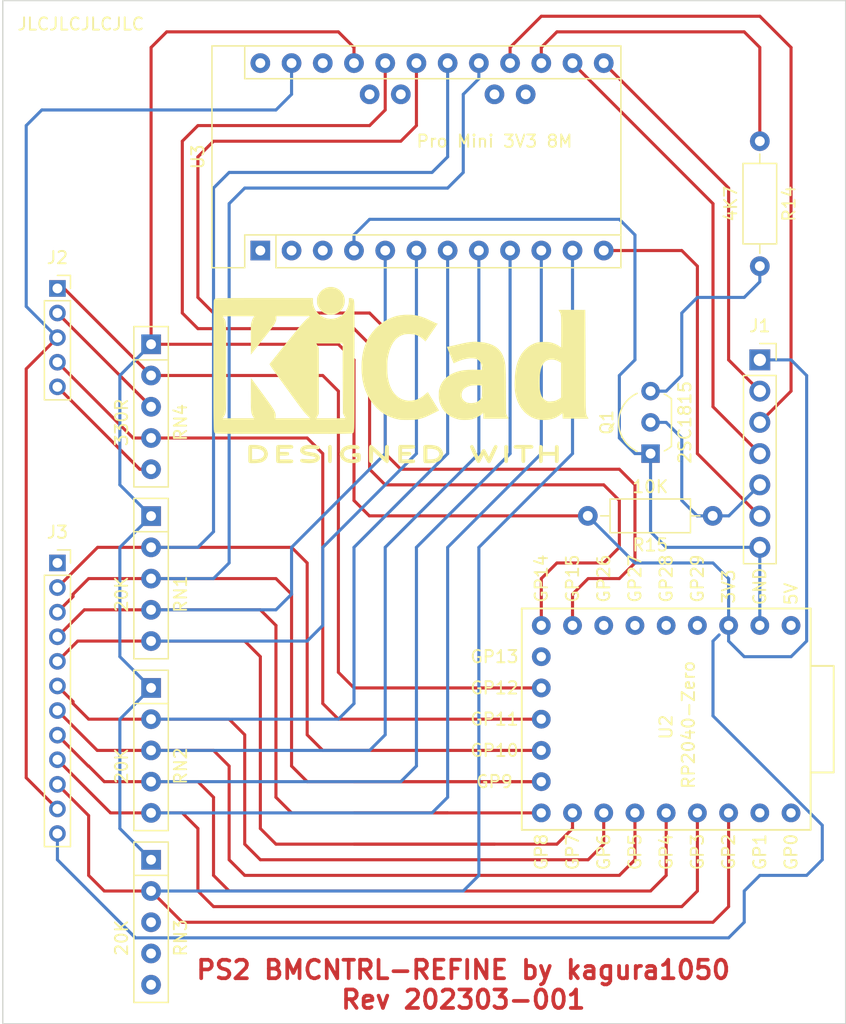
<source format=kicad_pcb>
(kicad_pcb (version 20211014) (generator pcbnew)
  (layers (0 "F.Cu" signal) (31 "B.Cu" signal) (34 "B.Paste" user) (35 "F.Paste" user) (36 "B.SilkS" user "B.Silkscreen") (37 "F.SilkS" user "F.Silkscreen") (38 "B.Mask" user) (39 "F.Mask" user) (44 "Edge.Cuts" user))
  (net 0 "")
  (net 1 "5V")
  (net 2 "GND")
  (net 3 "3V3")
  (net 4 "SEL")
  (net 5 "CLK")
  (net 6 "CMD")
  (net 7 "DAT")
  (net 8 "ACK")
  (net 9 "SCR_TRCA")
  (net 10 "SCR_LEDA")
  (net 11 "SCR_TRCB")
  (net 12 "SCR_LEDB")
  (net 14 "KEY_7")
  (net 15 "KEY_6")
  (net 16 "KEY_3")
  (net 17 "KEY_4")
  (net 18 "KEY_5")
  (net 19 "KEY_1")
  (net 20 "KEY_STA")
  (net 21 "KEY_SEL")
  (net 22 "KEY_2")
  (net 23 "unconnected-(J3-Pad12)")
  (net 24 "Net-(Q1-Pad3)")
  (net 25 "Net-(R14-Pad1)")
  (net 32 "SCR_UP")
  (net 33 "SCR_DOWN")
  (footprint "Resistor_THT:R_Axial_DIN0207_L6.3mm_D2.5mm_P10.16mm_Horizontal" (layer "F.Cu") (at 107.95 80.01 -90)
    (fp_text reference "R14" (at 5.08 -2.37 -270) (layer "F.SilkS"))
    (fp_text value "4K7" (at 5.08 2.37 -270) (layer "F.SilkS"))
    (pad "1" thru_hole circle (at 0 0 270) (size 1.6 1.6) (drill 0.8) (layers *.Cu *.Mask) (net 25 "Net-(R14-Pad1)"))
    (pad "2" thru_hole oval (at 10.16 0 270) (size 1.6 1.6) (drill 0.8) (layers *.Cu *.Mask) (net 24 "Net-(Q1-Pad3)"))
  )
  (footprint "Resistor_THT:R_Array_SIP5" (layer "F.Cu") (at 58.42 110.49 -90)
    (fp_text reference "RN1" (at 6.35 -2.4 90) (layer "F.SilkS"))
    (fp_text value "20K" (at 6.35 2.4 90) (layer "F.SilkS"))
    (pad "1" thru_hole rect (at 0 0 270) (size 1.6 1.6) (drill 0.8) (layers *.Cu *.Mask) (net 3 "3V3"))
    (pad "2" thru_hole oval (at 2.54 0 270) (size 1.6 1.6) (drill 0.8) (layers *.Cu *.Mask) (net 14 "KEY_7"))
    (pad "3" thru_hole oval (at 5.08 0 270) (size 1.6 1.6) (drill 0.8) (layers *.Cu *.Mask) (net 15 "KEY_6"))
    (pad "4" thru_hole oval (at 7.62 0 270) (size 1.6 1.6) (drill 0.8) (layers *.Cu *.Mask) (net 16 "KEY_3"))
    (pad "5" thru_hole oval (at 10.16 0 270) (size 1.6 1.6) (drill 0.8) (layers *.Cu *.Mask) (net 17 "KEY_4"))
  )
  (footprint "rp2040:RP2040-Zero" (layer "F.Cu") (at 107.95 129.54 -90)
    (fp_text reference "U2" (at -1.9 7.63 90) (layer "F.SilkS"))
    (fp_text value "RP2040-Zero" (at -2.08 5.81 90) (layer "F.SilkS"))
    (fp_text user "GP1" (at 8.255 0 90) (layer "F.SilkS"))
    (fp_text user "GP2" (at 8.255 2.54 90) (layer "F.SilkS"))
    (fp_text user "GP12" (at -5.08 21.59) (layer "F.SilkS"))
    (fp_text user "GP0" (at 8.255 -2.54 90) (layer "F.SilkS"))
    (fp_text user "5V" (at -12.72 -2.54 90) (layer "F.SilkS"))
    (fp_text user "GP7" (at 8.255 15.24 90) (layer "F.SilkS"))
    (fp_text user "GP6" (at 8.255 12.7 90) (layer "F.SilkS"))
    (fp_text user "GP10" (at 0 21.59) (layer "F.SilkS"))
    (fp_text user "GP14" (at -13.97 17.78 90) (layer "F.SilkS"))
    (fp_text user "GP11" (at -2.54 21.59) (layer "F.SilkS"))
    (fp_text user "GP8" (at 8.255 17.78 90) (layer "F.SilkS"))
    (fp_text user "GP27" (at -13.97 10.16 90) (layer "F.SilkS"))
    (fp_text user "GP28" (at -13.97 7.62 90) (layer "F.SilkS"))
    (fp_text user "3V3" (at -13.335 2.54 90) (layer "F.SilkS"))
    (fp_text user "GP15" (at -13.97 15.24 90) (layer "F.SilkS"))
    (fp_text user "GP29" (at -13.97 5.08 90) (layer "F.SilkS"))
    (fp_text user "GP9" (at 2.54 21.59) (layer "F.SilkS"))
    (fp_text user "GP5" (at 8.255 10.16 90) (layer "F.SilkS"))
    (fp_text user "GP13" (at -7.62 21.59) (layer "F.SilkS"))
    (fp_text user "GP26" (at -13.97 12.7 90) (layer "F.SilkS"))
    (fp_text user "GND" (at -13.335 0 90) (layer "F.SilkS"))
    (pad "0" thru_hole circle locked (at 5.08 -2.54 270) (size 1.524 1.524) (drill 0.762) (layers *.Cu *.Mask))
    (pad "1" thru_hole circle locked (at 5.08 0 270) (size 1.524 1.524) (drill 0.762) (layers *.Cu *.Mask))
    (pad "2" thru_hole circle locked (at 5.08 2.54 270) (size 1.524 1.524) (drill 0.762) (layers *.Cu *.Mask) (net 22 "KEY_2"))
    (pad "3" thru_hole circle locked (at 5.08 5.08 270) (size 1.524 1.524) (drill 0.762) (layers *.Cu *.Mask) (net 21 "KEY_SEL"))
    (pad "4" thru_hole circle locked (at 5.08 7.62 270) (size 1.524 1.524) (drill 0.762) (layers *.Cu *.Mask) (net 20 "KEY_STA"))
    (pad "5" thru_hole circle locked (at 5.08 10.16 270) (size 1.524 1.524) (drill 0.762) (layers *.Cu *.Mask) (net 19 "KEY_1"))
    (pad "6" thru_hole circle locked (at 5.08 12.7 270) (size 1.524 1.524) (drill 0.762) (layers *.Cu *.Mask) (net 18 "KEY_5"))
    (pad "7" thru_hole circle locked (at 5.08 15.24 270) (size 1.524 1.524) (drill 0.762) (layers *.Cu *.Mask) (net 17 "KEY_4"))
    (pad "8" thru_hole circle locked (at 5.08 17.78 270) (size 1.524 1.524) (drill 0.762) (layers *.Cu *.Mask) (net 16 "KEY_3"))
    (pad "9" thru_hole circle locked (at 2.54 17.78 270) (size 1.524 1.524) (drill 0.762) (layers *.Cu *.Mask) (net 15 "KEY_6"))
    (pad "10" thru_hole circle locked (at 0 17.78 270) (size 1.524 1.524) (drill 0.762) (layers *.Cu *.Mask) (net 14 "KEY_7"))
    (pad "11" thru_hole circle locked (at -2.54 17.78 270) (size 1.524 1.524) (drill 0.762) (layers *.Cu *.Mask) (net 11 "SCR_TRCB"))
    (pad "12" thru_hole circle locked (at -5.08 17.78 270) (size 1.524 1.524) (drill 0.762) (layers *.Cu *.Mask) (net 9 "SCR_TRCA"))
    (pad "13" thru_hole circle locked (at -7.62 17.78 270) (size 1.524 1.524) (drill 0.762) (layers *.Cu *.Mask))
    (pad "14" thru_hole circle locked (at -10.16 17.78 270) (size 1.524 1.524) (drill 0.762) (layers *.Cu *.Mask) (net 32 "SCR_UP"))
    (pad "15" thru_hole circle locked (at -10.16 15.24 270) (size 1.524 1.524) (drill 0.762) (layers *.Cu *.Mask) (net 33 "SCR_DOWN"))
    (pad "26" thru_hole circle locked (at -10.16 12.7 270) (size 1.524 1.524) (drill 0.762) (layers *.Cu *.Mask))
    (pad "27" thru_hole circle locked (at -10.16 10.16 270) (size 1.524 1.524) (drill 0.762) (layers *.Cu *.Mask))
    (pad "28" thru_hole circle locked (at -10.16 7.62 270) (size 1.524 1.524) (drill 0.762) (layers *.Cu *.Mask))
    (pad "29" thru_hole circle locked (at -10.16 5.08 270) (size 1.524 1.524) (drill 0.762) (layers *.Cu *.Mask))
    (pad "30" thru_hole circle locked (at -10.16 2.54 270) (size 1.524 1.524) (drill 0.762) (layers *.Cu *.Mask) (net 3 "3V3"))
    (pad "31" thru_hole circle locked (at -10.16 0 270) (size 1.524 1.524) (drill 0.762) (layers *.Cu *.Mask) (net 2 "GND"))
    (pad "32" thru_hole circle locked (at -10.16 -2.54 270) (size 1.524 1.524) (drill 0.762) (layers *.Cu *.Mask) (net 1 "5V"))
  )
  (footprint "Symbol:KiCad-Logo2_12mm_SilkScreen" (layer "F.Cu") (at 78.74 97.79)
    (fp_text reference "REF**" hide)
    (fp_text value "KiCad-Logo2_12mm_SilkScreen" hide)
  )
  (footprint "Connector_PinSocket_2.54mm:PinSocket_1x07_P2.54mm_Vertical" (layer "F.Cu") (at 107.95 97.79)
    (fp_text reference "J1" (at 0 -2.77) (layer "F.SilkS"))
    (fp_text value "Conn_01x07")
    (pad "1" thru_hole rect (at 0 0) (size 1.7 1.7) (drill 1) (layers *.Cu *.Mask) (net 3 "3V3"))
    (pad "2" thru_hole oval (at 0 2.54) (size 1.7 1.7) (drill 1) (layers *.Cu *.Mask) (net 4 "SEL"))
    (pad "3" thru_hole oval (at 0 5.08) (size 1.7 1.7) (drill 1) (layers *.Cu *.Mask) (net 5 "CLK"))
    (pad "4" thru_hole oval (at 0 7.62) (size 1.7 1.7) (drill 1) (layers *.Cu *.Mask) (net 6 "CMD"))
    (pad "5" thru_hole oval (at 0 10.16) (size 1.7 1.7) (drill 1) (layers *.Cu *.Mask) (net 7 "DAT"))
    (pad "6" thru_hole oval (at 0 12.7) (size 1.7 1.7) (drill 1) (layers *.Cu *.Mask) (net 8 "ACK"))
    (pad "7" thru_hole oval (at 0 15.24) (size 1.7 1.7) (drill 1) (layers *.Cu *.Mask) (net 2 "GND"))
  )
  (footprint "Resistor_THT:R_Array_SIP5" (layer "F.Cu") (at 58.42 138.43 -90)
    (fp_text reference "RN3" (at 6.35 -2.4 90) (layer "F.SilkS"))
    (fp_text value "20K" (at 6.35 2.4 90) (layer "F.SilkS"))
    (pad "1" thru_hole rect (at 0 0 270) (size 1.6 1.6) (drill 0.8) (layers *.Cu *.Mask) (net 3 "3V3"))
    (pad "2" thru_hole oval (at 2.54 0 270) (size 1.6 1.6) (drill 0.8) (layers *.Cu *.Mask) (net 22 "KEY_2"))
    (pad "3" thru_hole oval (at 5.08 0 270) (size 1.6 1.6) (drill 0.8) (layers *.Cu *.Mask))
    (pad "4" thru_hole oval (at 7.62 0 270) (size 1.6 1.6) (drill 0.8) (layers *.Cu *.Mask))
    (pad "5" thru_hole oval (at 10.16 0 270) (size 1.6 1.6) (drill 0.8) (layers *.Cu *.Mask))
  )
  (footprint "Resistor_THT:R_Array_SIP5" (layer "F.Cu") (at 58.42 96.52 -90)
    (fp_text reference "RN4" (at 6.35 -2.4 90) (layer "F.SilkS"))
    (fp_text value "330R" (at 6.35 2.4 90) (layer "F.SilkS"))
    (pad "1" thru_hole rect (at 0 0 270) (size 1.6 1.6) (drill 0.8) (layers *.Cu *.Mask) (net 3 "3V3"))
    (pad "2" thru_hole oval (at 2.54 0 270) (size 1.6 1.6) (drill 0.8) (layers *.Cu *.Mask) (net 9 "SCR_TRCA"))
    (pad "3" thru_hole oval (at 5.08 0 270) (size 1.6 1.6) (drill 0.8) (layers *.Cu *.Mask) (net 10 "SCR_LEDA"))
    (pad "4" thru_hole oval (at 7.62 0 270) (size 1.6 1.6) (drill 0.8) (layers *.Cu *.Mask) (net 11 "SCR_TRCB"))
    (pad "5" thru_hole oval (at 10.16 0 270) (size 1.6 1.6) (drill 0.8) (layers *.Cu *.Mask) (net 12 "SCR_LEDB"))
  )
  (footprint "Connector_PinSocket_2.00mm:PinSocket_1x05_P2.00mm_Vertical" (layer "F.Cu") (at 50.8 91.98)
    (fp_text reference "J2" (at 0 -2.5) (layer "F.SilkS"))
    (fp_text value "Conn_01x05")
    (pad "1" thru_hole rect (at 0 0) (size 1.35 1.35) (drill 0.8) (layers *.Cu *.Mask) (net 9 "SCR_TRCA"))
    (pad "2" thru_hole oval (at 0 2) (size 1.35 1.35) (drill 0.8) (layers *.Cu *.Mask) (net 10 "SCR_LEDA"))
    (pad "3" thru_hole oval (at 0 4) (size 1.35 1.35) (drill 0.8) (layers *.Cu *.Mask) (net 2 "GND"))
    (pad "4" thru_hole oval (at 0 6) (size 1.35 1.35) (drill 0.8) (layers *.Cu *.Mask) (net 11 "SCR_TRCB"))
    (pad "5" thru_hole oval (at 0 8) (size 1.35 1.35) (drill 0.8) (layers *.Cu *.Mask) (net 12 "SCR_LEDB"))
  )
  (footprint "Package_TO_SOT_THT:TO-92L_Inline_Wide" (layer "F.Cu") (at 99.06 105.41 90)
    (fp_text reference "Q1" (at 2.54 -3.56 90) (layer "F.SilkS"))
    (fp_text value "2SC1815" (at 2.54 2.79 90) (layer "F.SilkS"))
    (pad "1" thru_hole rect (at 0 0 90) (size 1.5 1.5) (drill 0.8) (layers *.Cu *.Mask) (net 2 "GND"))
    (pad "2" thru_hole circle (at 2.54 0 90) (size 1.5 1.5) (drill 0.8) (layers *.Cu *.Mask) (net 7 "DAT"))
    (pad "3" thru_hole circle (at 5.08 0 90) (size 1.5 1.5) (drill 0.8) (layers *.Cu *.Mask) (net 24 "Net-(Q1-Pad3)"))
  )
  (footprint "Connector_PinSocket_2.00mm:PinSocket_1x12_P2.00mm_Vertical" (layer "F.Cu") (at 50.8 114.3)
    (fp_text reference "J3" (at 0 -2.5) (layer "F.SilkS"))
    (fp_text value "Conn_01x12")
    (pad "1" thru_hole rect (at 0 0) (size 1.35 1.35) (drill 0.8) (layers *.Cu *.Mask))
    (pad "2" thru_hole oval (at 0 2) (size 1.35 1.35) (drill 0.8) (layers *.Cu *.Mask) (net 14 "KEY_7"))
    (pad "3" thru_hole oval (at 0 4) (size 1.35 1.35) (drill 0.8) (layers *.Cu *.Mask) (net 15 "KEY_6"))
    (pad "4" thru_hole oval (at 0 6) (size 1.35 1.35) (drill 0.8) (layers *.Cu *.Mask) (net 16 "KEY_3"))
    (pad "5" thru_hole oval (at 0 8) (size 1.35 1.35) (drill 0.8) (layers *.Cu *.Mask) (net 17 "KEY_4"))
    (pad "6" thru_hole oval (at 0 10) (size 1.35 1.35) (drill 0.8) (layers *.Cu *.Mask) (net 18 "KEY_5"))
    (pad "7" thru_hole oval (at 0 12) (size 1.35 1.35) (drill 0.8) (layers *.Cu *.Mask) (net 19 "KEY_1"))
    (pad "8" thru_hole oval (at 0 14) (size 1.35 1.35) (drill 0.8) (layers *.Cu *.Mask) (net 20 "KEY_STA"))
    (pad "9" thru_hole oval (at 0 16) (size 1.35 1.35) (drill 0.8) (layers *.Cu *.Mask) (net 21 "KEY_SEL"))
    (pad "10" thru_hole oval (at 0 18) (size 1.35 1.35) (drill 0.8) (layers *.Cu *.Mask) (net 22 "KEY_2"))
    (pad "11" thru_hole oval (at 0 20) (size 1.35 1.35) (drill 0.8) (layers *.Cu *.Mask) (net 2 "GND"))
    (pad "12" thru_hole oval (at 0 22) (size 1.35 1.35) (drill 0.8) (layers *.Cu *.Mask) (net 23 "unconnected-(J3-Pad12)"))
  )
  (footprint "Resistor_THT:R_Axial_DIN0207_L6.3mm_D2.5mm_P10.16mm_Horizontal" (layer "F.Cu") (at 104.115 110.47 180)
    (fp_text reference "R15" (at 5.08 -2.37) (layer "F.SilkS"))
    (fp_text value "10K" (at 5.08 2.37) (layer "F.SilkS"))
    (pad "1" thru_hole circle (at 0 0 180) (size 1.6 1.6) (drill 0.8) (layers *.Cu *.Mask) (net 7 "DAT"))
    (pad "2" thru_hole oval (at 10.16 0 180) (size 1.6 1.6) (drill 0.8) (layers *.Cu *.Mask) (net 3 "3V3"))
  )
  (footprint "MountingHole:MountingHole_3.2mm_M3" (layer "F.Cu") (at 110.8 147.32)
    (fp_text reference "H2" hide)
    (fp_text value "MountingHole_3.2mm_M3" hide)
    (pad "" np_thru_hole circle (at 0 0) (size 3.2 3.2) (drill 3.2) (layers *.Cu *.Mask))
  )
  (footprint "Resistor_THT:R_Array_SIP5" (layer "F.Cu") (at 58.42 124.46 -90)
    (fp_text reference "RN2" (at 6.35 -2.4 90) (layer "F.SilkS"))
    (fp_text value "20K" (at 6.35 2.4 90) (layer "F.SilkS"))
    (pad "1" thru_hole rect (at 0 0 270) (size 1.6 1.6) (drill 0.8) (layers *.Cu *.Mask) (net 3 "3V3"))
    (pad "2" thru_hole oval (at 2.54 0 270) (size 1.6 1.6) (drill 0.8) (layers *.Cu *.Mask) (net 18 "KEY_5"))
    (pad "3" thru_hole oval (at 5.08 0 270) (size 1.6 1.6) (drill 0.8) (layers *.Cu *.Mask) (net 19 "KEY_1"))
    (pad "4" thru_hole oval (at 7.62 0 270) (size 1.6 1.6) (drill 0.8) (layers *.Cu *.Mask) (net 20 "KEY_STA"))
    (pad "5" thru_hole oval (at 10.16 0 270) (size 1.6 1.6) (drill 0.8) (layers *.Cu *.Mask) (net 21 "KEY_SEL"))
  )
  (footprint "MountingHole:MountingHole_3.2mm_M3" (layer "F.Cu") (at 50.8 147.32)
    (fp_text reference "H1" hide)
    (fp_text value "MountingHole_3.2mm_M3" hide)
    (pad "" np_thru_hole circle (at 0 0) (size 3.2 3.2) (drill 3.2) (layers *.Cu *.Mask))
  )
  (footprint "Arduino:Arduino_Pro_Mini" (layer "F.Cu") (at 67.31 88.9 90)
    (fp_text reference "U3" (at 7.62 -5.08 90) (layer "F.SilkS"))
    (fp_text value "Pro Mini 3V3 8M" (at 8.89 19.05) (layer "F.SilkS"))
    (pad "1" thru_hole rect locked (at 0 0 90) (size 1.6 1.6) (drill 0.8) (layers *.Cu *.Mask))
    (pad "2" thru_hole oval locked (at 0 2.54 90) (size 1.6 1.6) (drill 0.8) (layers *.Cu *.Mask))
    (pad "3" thru_hole oval locked (at 0 5.08 90) (size 1.6 1.6) (drill 0.8) (layers *.Cu *.Mask))
    (pad "4" thru_hole oval locked (at 0 7.62 90) (size 1.6 1.6) (drill 0.8) (layers *.Cu *.Mask) (net 2 "GND"))
    (pad "5" thru_hole oval locked (at 0 10.16 90) (size 1.6 1.6) (drill 0.8) (layers *.Cu *.Mask) (net 16 "KEY_3"))
    (pad "6" thru_hole oval locked (at 0 12.7 90) (size 1.6 1.6) (drill 0.8) (layers *.Cu *.Mask) (net 17 "KEY_4"))
    (pad "7" thru_hole oval locked (at 0 15.24 90) (size 1.6 1.6) (drill 0.8) (layers *.Cu *.Mask) (net 18 "KEY_5"))
    (pad "8" thru_hole oval locked (at 0 17.78 90) (size 1.6 1.6) (drill 0.8) (layers *.Cu *.Mask) (net 19 "KEY_1"))
    (pad "9" thru_hole oval locked (at 0 20.32 90) (size 1.6 1.6) (drill 0.8) (layers *.Cu *.Mask) (net 20 "KEY_STA"))
    (pad "10" thru_hole oval locked (at 0 22.86 90) (size 1.6 1.6) (drill 0.8) (layers *.Cu *.Mask) (net 21 "KEY_SEL"))
    (pad "11" thru_hole oval locked (at 0 25.4 90) (size 1.6 1.6) (drill 0.8) (layers *.Cu *.Mask) (net 22 "KEY_2"))
    (pad "12" thru_hole oval locked (at 0 27.94 90) (size 1.6 1.6) (drill 0.8) (layers *.Cu *.Mask) (net 8 "ACK"))
    (pad "13" thru_hole oval locked (at 15.24 27.94 90) (size 1.6 1.6) (drill 0.8) (layers *.Cu *.Mask) (net 4 "SEL"))
    (pad "14" thru_hole oval locked (at 15.24 25.4 90) (size 1.6 1.6) (drill 0.8) (layers *.Cu *.Mask) (net 6 "CMD"))
    (pad "15" thru_hole oval locked (at 15.24 22.86 90) (size 1.6 1.6) (drill 0.8) (layers *.Cu *.Mask) (net 25 "Net-(R14-Pad1)"))
    (pad "16" thru_hole oval locked (at 15.24 20.32 90) (size 1.6 1.6) (drill 0.8) (layers *.Cu *.Mask) (net 5 "CLK"))
    (pad "17" thru_hole oval locked (at 15.24 17.78 90) (size 1.6 1.6) (drill 0.8) (layers *.Cu *.Mask) (net 15 "KEY_6"))
    (pad "18" thru_hole oval locked (at 15.24 15.24 90) (size 1.6 1.6) (drill 0.8) (layers *.Cu *.Mask) (net 14 "KEY_7"))
    (pad "19" thru_hole oval locked (at 15.24 12.7 90) (size 1.6 1.6) (drill 0.8) (layers *.Cu *.Mask) (net 33 "SCR_DOWN"))
    (pad "20" thru_hole oval locked (at 15.24 10.16 90) (size 1.6 1.6) (drill 0.8) (layers *.Cu *.Mask) (net 32 "SCR_UP"))
    (pad "21" thru_hole oval locked (at 15.24 7.62 90) (size 1.6 1.6) (drill 0.8) (layers *.Cu *.Mask) (net 3 "3V3"))
    (pad "22" thru_hole oval locked (at 15.24 5.08 90) (size 1.6 1.6) (drill 0.8) (layers *.Cu *.Mask))
    (pad "23" thru_hole oval locked (at 15.24 2.54 90) (size 1.6 1.6) (drill 0.8) (layers *.Cu *.Mask) (net 2 "GND"))
    (pad "24" thru_hole oval locked (at 15.24 0 90) (size 1.6 1.6) (drill 0.8) (layers *.Cu *.Mask))
    (pad "A4" thru_hole oval locked (at 12.7 11.43 90) (size 1.6 1.6) (drill 0.8) (layers *.Cu *.Mask))
    (pad "A5" thru_hole oval locked (at 12.7 8.89 90) (size 1.6 1.6) (drill 0.8) (layers *.Cu *.Mask))
    (pad "A6" thru_hole oval locked (at 12.7 21.59 90) (size 1.6 1.6) (drill 0.8) (layers *.Cu *.Mask))
    (pad "A7" thru_hole oval locked (at 12.7 19.05 90) (size 1.6 1.6) (drill 0.8) (layers *.Cu *.Mask))
  )
  (gr_rect (start 46.355 68.58) (end 114.935 151.765) (layer "Edge.Cuts") (width 0.1) (fill none))
  (gr_text "PS2 BMCNTRL-REFINE by kagura1050\nRev 202303-001" (at 83.82 148.59) (layer "F.Cu") (effects (font (size 1.5 1.5) (thickness 0.3))))
  (gr_text "GP3\n" (at 102.87 137.795 90) (layer "F.SilkS") (effects (font (size 1 1))))
  (gr_text "JLCJLCJLCJLC" (at 52.705 70.485) (layer "F.SilkS") (effects (font (size 1 1))))
  (gr_text "GP4" (at 100.33 137.795 90) (layer "F.SilkS") (effects (font (size 1 1))))
  (segment (start 48.26 98.52) (end 48.26 131.76) (width 0.25) (layer "F.Cu") (net 2))
  (segment (start 48.26 131.76) (end 50.8 134.3) (width 0.25) (layer "F.Cu") (net 2))
  (segment (start 50.8 95.98) (end 48.26 98.52) (width 0.25) (layer "F.Cu") (net 2))
  (segment (start 99.06 105.41) (end 99.06 111.76) (width 0.25) (layer "B.Cu") (net 2))
  (segment (start 74.93 87.63) (end 76.2 86.36) (width 0.25) (layer "B.Cu") (net 2))
  (segment (start 100.33 113.03) (end 107.95 113.03) (width 0.25) (layer "B.Cu") (net 2))
  (segment (start 50.8 95.98) (end 48.26 93.44) (width 0.25) (layer "B.Cu") (net 2))
  (segment (start 96.52 99.06) (end 96.52 104.14) (width 0.25) (layer "B.Cu") (net 2))
  (segment (start 107.95 113.03) (end 107.95 119.38) (width 0.25) (layer "B.Cu") (net 2))
  (segment (start 69.85 76.2) (end 69.85 73.66) (width 0.25) (layer "B.Cu") (net 2))
  (segment (start 48.26 93.44) (end 48.26 78.74) (width 0.25) (layer "B.Cu") (net 2))
  (segment (start 107.94 113.02) (end 107.95 113.03) (width 0.25) (layer "B.Cu") (net 2))
  (segment (start 48.26 78.74) (end 49.53 77.47) (width 0.25) (layer "B.Cu") (net 2))
  (segment (start 97.79 97.79) (end 96.52 99.06) (width 0.25) (layer "B.Cu") (net 2))
  (segment (start 97.79 105.41) (end 99.06 105.41) (width 0.25) (layer "B.Cu") (net 2))
  (segment (start 74.93 88.9) (end 74.93 87.63) (width 0.25) (layer "B.Cu") (net 2))
  (segment (start 97.79 87.63) (end 97.79 97.79) (width 0.25) (layer "B.Cu") (net 2))
  (segment (start 76.2 86.36) (end 96.52 86.36) (width 0.25) (layer "B.Cu") (net 2))
  (segment (start 96.52 86.36) (end 97.79 87.63) (width 0.25) (layer "B.Cu") (net 2))
  (segment (start 68.58 77.47) (end 69.85 76.2) (width 0.25) (layer "B.Cu") (net 2))
  (segment (start 49.53 77.47) (end 68.58 77.47) (width 0.25) (layer "B.Cu") (net 2))
  (segment (start 99.06 111.76) (end 100.33 113.03) (width 0.25) (layer "B.Cu") (net 2))
  (segment (start 96.52 104.14) (end 97.79 105.41) (width 0.25) (layer "B.Cu") (net 2))
  (segment (start 76.18 110.47) (end 74.93 109.22) (width 0.25) (layer "F.Cu") (net 3))
  (segment (start 93.955 110.47) (end 76.18 110.47) (width 0.25) (layer "F.Cu") (net 3))
  (segment (start 58.42 72.39) (end 59.69 71.12) (width 0.25) (layer "F.Cu") (net 3))
  (segment (start 74.93 72.39) (end 74.93 73.66) (width 0.25) (layer "F.Cu") (net 3))
  (segment (start 73.66 96.52) (end 58.42 96.52) (width 0.25) (layer "F.Cu") (net 3))
  (segment (start 74.93 97.79) (end 73.66 96.52) (width 0.25) (layer "F.Cu") (net 3))
  (segment (start 59.69 71.12) (end 73.66 71.12) (width 0.25) (layer "F.Cu") (net 3))
  (segment (start 58.42 96.52) (end 58.42 72.39) (width 0.25) (layer "F.Cu") (net 3))
  (segment (start 74.93 109.22) (end 74.93 97.79) (width 0.25) (layer "F.Cu") (net 3))
  (segment (start 73.66 71.12) (end 74.93 72.39) (width 0.25) (layer "F.Cu") (net 3))
  (segment (start 58.42 110.49) (end 55.88 113.03) (width 0.25) (layer "B.Cu") (net 3))
  (segment (start 104.14 114.3) (end 105.41 115.57) (width 0.25) (layer "B.Cu") (net 3))
  (segment (start 111.76 99.06) (end 111.76 120.65) (width 0.25) (layer "B.Cu") (net 3))
  (segment (start 58.42 124.46) (end 55.88 127) (width 0.25) (layer "B.Cu") (net 3))
  (segment (start 106.68 121.92) (end 105.41 120.65) (width 0.25) (layer "B.Cu") (net 3))
  (segment (start 55.88 99.06) (end 55.88 107.95) (width 0.25) (layer "B.Cu") (net 3))
  (segment (start 105.41 120.65) (end 105.41 119.38) (width 0.25) (layer "B.Cu") (net 3))
  (segment (start 93.955 110.47) (end 97.785 114.3) (width 0.25) (layer "B.Cu") (net 3))
  (segment (start 55.88 107.95) (end 58.42 110.49) (width 0.25) (layer "B.Cu") (net 3))
  (segment (start 55.88 113.03) (end 55.88 121.92) (width 0.25) (layer "B.Cu") (net 3))
  (segment (start 55.88 121.92) (end 58.42 124.46) (width 0.25) (layer "B.Cu") (net 3))
  (segment (start 55.88 135.89) (end 58.42 138.43) (width 0.25) (layer "B.Cu") (net 3))
  (segment (start 97.785 114.3) (end 104.14 114.3) (width 0.25) (layer "B.Cu") (net 3))
  (segment (start 110.49 121.92) (end 106.68 121.92) (width 0.25) (layer "B.Cu") (net 3))
  (segment (start 55.88 127) (end 55.88 135.89) (width 0.25) (layer "B.Cu") (net 3))
  (segment (start 107.95 97.79) (end 110.49 97.79) (width 0.25) (layer "B.Cu") (net 3))
  (segment (start 58.42 96.52) (end 55.88 99.06) (width 0.25) (layer "B.Cu") (net 3))
  (segment (start 110.49 97.79) (end 111.76 99.06) (width 0.25) (layer "B.Cu") (net 3))
  (segment (start 111.76 120.65) (end 110.49 121.92) (width 0.25) (layer "B.Cu") (net 3))
  (segment (start 105.41 115.57) (end 105.41 119.38) (width 0.25) (layer "B.Cu") (net 3))
  (segment (start 105.41 97.79) (end 107.95 100.33) (width 0.25) (layer "F.Cu") (net 4))
  (segment (start 95.25 73.66) (end 105.41 83.82) (width 0.25) (layer "F.Cu") (net 4))
  (segment (start 105.41 83.82) (end 105.41 97.79) (width 0.25) (layer "F.Cu") (net 4))
  (segment (start 87.63 73.66) (end 87.63 72.39) (width 0.25) (layer "F.Cu") (net 5))
  (segment (start 110.49 100.33) (end 107.95 102.87) (width 0.25) (layer "F.Cu") (net 5))
  (segment (start 87.63 72.39) (end 90.17 69.85) (width 0.25) (layer "F.Cu") (net 5))
  (segment (start 107.95 69.85) (end 110.49 72.39) (width 0.25) (layer "F.Cu") (net 5))
  (segment (start 90.17 69.85) (end 107.95 69.85) (width 0.25) (layer "F.Cu") (net 5))
  (segment (start 110.49 72.39) (end 110.49 100.33) (width 0.25) (layer "F.Cu") (net 5))
  (segment (start 92.71 73.66) (end 104.14 85.09) (width 0.25) (layer "F.Cu") (net 6))
  (segment (start 104.14 85.09) (end 104.14 101.6) (width 0.25) (layer "F.Cu") (net 6))
  (segment (start 104.14 101.6) (end 107.95 105.41) (width 0.25) (layer "F.Cu") (net 6))
  (segment (start 105.43 110.47) (end 107.95 107.95) (width 0.25) (layer "B.Cu") (net 7))
  (segment (start 99.06 102.87) (end 100.33 102.87) (width 0.25) (layer "B.Cu") (net 7))
  (segment (start 100.33 102.87) (end 101.6 104.14) (width 0.25) (layer "B.Cu") (net 7))
  (segment (start 101.6 109.22) (end 102.85 110.47) (width 0.25) (layer "B.Cu") (net 7))
  (segment (start 104.115 110.47) (end 105.43 110.47) (width 0.25) (layer "B.Cu") (net 7))
  (segment (start 102.85 110.47) (end 104.115 110.47) (width 0.25) (layer "B.Cu") (net 7))
  (segment (start 101.6 104.14) (end 101.6 109.22) (width 0.25) (layer "B.Cu") (net 7))
  (segment (start 101.6 88.9) (end 102.87 90.17) (width 0.25) (layer "F.Cu") (net 8))
  (segment (start 102.87 90.17) (end 102.87 105.41) (width 0.25) (layer "F.Cu") (net 8))
  (segment (start 95.25 88.9) (end 101.6 88.9) (width 0.25) (layer "F.Cu") (net 8))
  (segment (start 102.87 105.41) (end 107.95 110.49) (width 0.25) (layer "F.Cu") (net 8))
  (segment (start 73.66 123.19) (end 74.93 124.46) (width 0.25) (layer "F.Cu") (net 9))
  (segment (start 58.42 99.06) (end 72.39 99.06) (width 0.25) (layer "F.Cu") (net 9))
  (segment (start 72.39 99.06) (end 73.66 100.33) (width 0.25) (layer "F.Cu") (net 9))
  (segment (start 73.66 100.33) (end 73.66 123.19) (width 0.25) (layer "F.Cu") (net 9))
  (segment (start 50.8 91.98) (end 51.34 91.98) (width 0.25) (layer "F.Cu") (net 9))
  (segment (start 51.34 91.98) (end 58.42 99.06) (width 0.25) (layer "F.Cu") (net 9))
  (segment (start 74.93 124.46) (end 90.17 124.46) (width 0.25) (layer "F.Cu") (net 9))
  (segment (start 50.8 93.98) (end 58.42 101.6) (width 0.25) (layer "F.Cu") (net 10))
  (segment (start 72.39 125.73) (end 73.66 127) (width 0.25) (layer "F.Cu") (net 11))
  (segment (start 56.96 104.14) (end 58.42 104.14) (width 0.25) (layer "F.Cu") (net 11))
  (segment (start 73.66 127) (end 90.17 127) (width 0.25) (layer "F.Cu") (net 11))
  (segment (start 72.39 105.41) (end 72.39 125.73) (width 0.25) (layer "F.Cu") (net 11))
  (segment (start 71.12 104.14) (end 72.39 105.41) (width 0.25) (layer "F.Cu") (net 11))
  (segment (start 58.42 104.14) (end 71.12 104.14) (width 0.25) (layer "F.Cu") (net 11))
  (segment (start 50.8 97.98) (end 56.96 104.14) (width 0.25) (layer "F.Cu") (net 11))
  (segment (start 57.5 106.68) (end 58.42 106.68) (width 0.25) (layer "F.Cu") (net 12))
  (segment (start 50.8 99.98) (end 57.5 106.68) (width 0.25) (layer "F.Cu") (net 12))
  (segment (start 72.39 129.54) (end 90.17 129.54) (width 0.25) (layer "F.Cu") (net 14))
  (segment (start 58.42 113.03) (end 69.85 113.03) (width 0.25) (layer "F.Cu") (net 14))
  (segment (start 71.12 114.3) (end 71.12 128.27) (width 0.25) (layer "F.Cu") (net 14))
  (segment (start 69.85 113.03) (end 71.12 114.3) (width 0.25) (layer "F.Cu") (net 14))
  (segment (start 54.07 113.03) (end 58.42 113.03) (width 0.25) (layer "F.Cu") (net 14))
  (segment (start 71.12 128.27) (end 72.39 129.54) (width 0.25) (layer "F.Cu") (net 14))
  (segment (start 50.8 116.3) (end 54.07 113.03) (width 0.25) (layer "F.Cu") (net 14))
  (segment (start 64.77 82.55) (end 81.28 82.55) (width 0.25) (layer "B.Cu") (net 14))
  (segment (start 62.23 113.03) (end 63.5 111.76) (width 0.25) (layer "B.Cu") (net 14))
  (segment (start 63.5 83.82) (end 64.77 82.55) (width 0.25) (layer "B.Cu") (net 14))
  (segment (start 82.55 81.28) (end 82.55 73.66) (width 0.25) (layer "B.Cu") (net 14))
  (segment (start 63.5 111.76) (end 63.5 83.82) (width 0.25) (layer "B.Cu") (net 14))
  (segment (start 58.42 113.03) (end 62.23 113.03) (width 0.25) (layer "B.Cu") (net 14))
  (segment (start 81.28 82.55) (end 82.55 81.28) (width 0.25) (layer "B.Cu") (net 14))
  (segment (start 58.42 115.57) (end 68.58 115.57) (width 0.25) (layer "F.Cu") (net 15))
  (segment (start 53.34 115.57) (end 58.42 115.57) (width 0.25) (layer "F.Cu") (net 15))
  (segment (start 69.85 130.81) (end 71.12 132.08) (width 0.25) (layer "F.Cu") (net 15))
  (segment (start 74.93 132.08) (end 90.17 132.08) (width 0.25) (layer "F.Cu") (net 15))
  (segment (start 52.07 116.84) (end 53.34 115.57) (width 0.25) (layer "F.Cu") (net 15))
  (segment (start 50.8 118.3) (end 52.07 117.03) (width 0.25) (layer "F.Cu") (net 15))
  (segment (start 68.58 115.57) (end 69.85 116.84) (width 0.25) (layer "F.Cu") (net 15))
  (segment (start 69.85 116.84) (end 69.85 130.81) (width 0.25) (layer "F.Cu") (net 15))
  (segment (start 71.12 132.08) (end 90.17 132.08) (width 0.25) (layer "F.Cu") (net 15))
  (segment (start 52.07 117.03) (end 52.07 116.84) (width 0.25) (layer "F.Cu") (net 15))
  (segment (start 64.77 85.09) (end 66.04 83.82) (width 0.25) (layer "B.Cu") (net 15))
  (segment (start 83.82 76.2) (end 85.09 74.93) (width 0.25) (layer "B.Cu") (net 15))
  (segment (start 64.77 114.3) (end 64.77 85.09) (width 0.25) (layer "B.Cu") (net 15))
  (segment (start 58.42 115.57) (end 63.5 115.57) (width 0.25) (layer "B.Cu") (net 15))
  (segment (start 82.55 83.82) (end 83.82 82.55) (width 0.25) (layer "B.Cu") (net 15))
  (segment (start 66.04 83.82) (end 82.55 83.82) (width 0.25) (layer "B.Cu") (net 15))
  (segment (start 83.82 82.55) (end 83.82 76.2) (width 0.25) (layer "B.Cu") (net 15))
  (segment (start 63.5 115.57) (end 64.77 114.3) (width 0.25) (layer "B.Cu") (net 15))
  (segment (start 85.09 74.93) (end 85.09 73.66) (width 0.25) (layer "B.Cu") (net 15))
  (segment (start 69.85 134.62) (end 82.55 134.62) (width 0.25) (layer "F.Cu") (net 16))
  (segment (start 68.58 133.35) (end 69.85 134.62) (width 0.25) (layer "F.Cu") (net 16))
  (segment (start 74.93 134.62) (end 82.55 134.62) (width 0.25) (layer "F.Cu") (net 16))
  (segment (start 58.42 118.11) (end 67.31 118.11) (width 0.25) (layer "F.Cu") (net 16))
  (segment (start 67.31 118.11) (end 68.58 119.38) (width 0.25) (layer "F.Cu") (net 16))
  (segment (start 52.99 118.11) (end 58.42 118.11) (width 0.25) (layer "F.Cu") (net 16))
  (segment (start 82.55 134.62) (end 90.17 134.62) (width 0.25) (layer "F.Cu") (net 16))
  (segment (start 50.8 120.3) (end 52.99 118.11) (width 0.25) (layer "F.Cu") (net 16))
  (segment (start 68.58 119.38) (end 68.58 133.35) (width 0.25) (layer "F.Cu") (net 16))
  (segment (start 69.85 113.03) (end 77.47 105.41) (width 0.25) (layer "B.Cu") (net 16))
  (segment (start 58.42 118.11) (end 68.58 118.11) (width 0.25) (layer "B.Cu") (net 16))
  (segment (start 77.47 105.41) (end 77.47 88.9) (width 0.25) (layer "B.Cu") (net 16))
  (segment (start 69.85 116.84) (end 69.85 113.03) (width 0.25) (layer "B.Cu") (net 16))
  (segment (start 68.58 118.11) (end 69.85 116.84) (width 0.25) (layer "B.Cu") (net 16))
  (segment (start 67.31 135.89) (end 68.58 137.16) (width 0.25) (layer "F.Cu") (net 17))
  (segment (start 52.45 120.65) (end 58.42 120.65) (width 0.25) (layer "F.Cu") (net 17))
  (segment (start 50.8 122.3) (end 52.45 120.65) (width 0.25) (layer "F.Cu") (net 17))
  (segment (start 67.31 121.92) (end 67.31 135.89) (width 0.25) (layer "F.Cu") (net 17))
  (segment (start 68.58 137.16) (end 86.36 137.16) (width 0.25) (layer "F.Cu") (net 17))
  (segment (start 92.71 134.62) (end 92.71 135.89) (width 0.25) (layer "F.Cu") (net 17))
  (segment (start 58.42 120.65) (end 66.04 120.65) (width 0.25) (layer "F.Cu") (net 17))
  (segment (start 92.71 135.89) (end 91.44 137.16) (width 0.25) (layer "F.Cu") (net 17))
  (segment (start 91.44 137.16) (end 86.36 137.16) (width 0.25) (layer "F.Cu") (net 17))
  (segment (start 86.36 137.16) (end 74.93 137.16) (width 0.25) (layer "F.Cu") (net 17))
  (segment (start 66.04 120.65) (end 67.31 121.92) (width 0.25) (layer "F.Cu") (net 17))
  (segment (start 72.39 119.38) (end 72.39 113.03) (width 0.25) (layer "B.Cu") (net 17))
  (segment (start 71.12 120.65) (end 72.39 119.38) (width 0.25) (layer "B.Cu") (net 17))
  (segment (start 58.42 120.65) (end 71.12 120.65) (width 0.25) (layer "B.Cu") (net 17))
  (segment (start 80.01 105.41) (end 80.01 88.9) (width 0.25) (layer "B.Cu") (net 17))
  (segment (start 72.39 113.03) (end 80.01 105.41) (width 0.25) (layer "B.Cu") (net 17))
  (segment (start 64.77 127) (end 66.04 128.27) (width 0.25) (layer "F.Cu") (net 18))
  (segment (start 95.25 137.16) (end 95.25 134.62) (width 0.25) (layer "F.Cu") (net 18))
  (segment (start 58.42 127) (end 64.77 127) (width 0.25) (layer "F.Cu") (net 18))
  (segment (start 66.04 137.16) (end 67.31 138.43) (width 0.25) (layer "F.Cu") (net 18))
  (segment (start 52.07 125.73) (end 53.34 127) (width 0.25) (layer "F.Cu") (net 18))
  (segment (start 66.04 128.27) (end 66.04 137.16) (width 0.25) (layer "F.Cu") (net 18))
  (segment (start 50.8 124.3) (end 52.07 125.57) (width 0.25) (layer "F.Cu") (net 18))
  (segment (start 52.07 125.57) (end 52.07 125.73) (width 0.25) (layer "F.Cu") (net 18))
  (segment (start 93.98 138.43) (end 95.25 137.16) (width 0.25) (layer "F.Cu") (net 18))
  (segment (start 67.31 138.43) (end 93.98 138.43) (width 0.25) (layer "F.Cu") (net 18))
  (segment (start 53.34 127) (end 58.42 127) (width 0.25) (layer "F.Cu") (net 18))
  (segment (start 74.93 113.03) (end 82.55 105.41) (width 0.25) (layer "B.Cu") (net 18))
  (segment (start 73.66 127) (end 74.93 125.73) (width 0.25) (layer "B.Cu") (net 18))
  (segment (start 58.42 127) (end 73.66 127) (width 0.25) (layer "B.Cu") (net 18))
  (segment (start 74.93 125.73) (end 74.93 113.03) (width 0.25) (layer "B.Cu") (net 18))
  (segment (start 82.55 105.41) (end 82.55 88.9) (width 0.25) (layer "B.Cu") (net 18))
  (segment (start 58.42 129.54) (end 63.5 129.54) (width 0.25) (layer "F.Cu") (net 19))
  (segment (start 54.04 129.54) (end 58.42 129.54) (width 0.25) (layer "F.Cu") (net 19))
  (segment (start 50.8 126.3) (end 54.04 129.54) (width 0.25) (layer "F.Cu") (net 19))
  (segment (start 97.79 138.43) (end 97.79 134.62) (width 0.25) (layer "F.Cu") (net 19))
  (segment (start 96.52 139.7) (end 97.79 138.43) (width 0.25) (layer "F.Cu") (net 19))
  (segment (start 63.5 129.54) (end 64.77 130.81) (width 0.25) (layer "F.Cu") (net 19))
  (segment (start 64.77 138.43) (end 66.04 139.7) (width 0.25) (layer "F.Cu") (net 19))
  (segment (start 64.77 130.81) (end 64.77 138.43) (width 0.25) (layer "F.Cu") (net 19))
  (segment (start 66.04 139.7) (end 96.52 139.7) (width 0.25) (layer "F.Cu") (net 19))
  (segment (start 85.09 105.41) (end 85.09 88.9) (width 0.25) (layer "B.Cu") (net 19))
  (segment (start 77.47 113.03) (end 85.09 105.41) (width 0.25) (layer "B.Cu") (net 19))
  (segment (start 76.2 129.54) (end 77.47 128.27) (width 0.25) (layer "B.Cu") (net 19))
  (segment (start 58.42 129.54) (end 76.2 129.54) (width 0.25) (layer "B.Cu") (net 19))
  (segment (start 77.47 128.27) (end 77.47 113.03) (width 0.25) (layer "B.Cu") (net 19))
  (segment (start 62.23 132.08) (end 63.5 133.35) (width 0.25) (layer "F.Cu") (net 20))
  (segment (start 64.77 140.97) (end 99.06 140.97) (width 0.25) (layer "F.Cu") (net 20))
  (segment (start 63.5 139.7) (end 64.77 140.97) (width 0.25) (layer "F.Cu") (net 20))
  (segment (start 54.61 132.08) (end 58.42 132.08) (width 0.25) (layer "F.Cu") (net 20))
  (segment (start 100.33 139.7) (end 100.33 134.62) (width 0.25) (layer "F.Cu") (net 20))
  (segment (start 53.34 130.81) (end 54.61 132.08) (width 0.25) (layer "F.Cu") (net 20))
  (segment (start 99.06 140.97) (end 100.33 139.7) (width 0.25) (layer "F.Cu") (net 20))
  (segment (start 50.8 128.3) (end 53.31 130.81) (width 0.25) (layer "F.Cu") (net 20))
  (segment (start 63.5 133.35) (end 63.5 139.7) (width 0.25) (layer "F.Cu") (net 20))
  (segment (start 58.42 132.08) (end 62.23 132.08) (width 0.25) (layer "F.Cu") (net 20))
  (segment (start 53.31 130.81) (end 53.34 130.81) (width 0.25) (layer "F.Cu") (net 20))
  (segment (start 87.63 105.41) (end 87.63 88.9) (width 0.25) (layer "B.Cu") (net 20))
  (segment (start 80.01 113.03) (end 87.63 105.41) (width 0.25) (layer "B.Cu") (net 20))
  (segment (start 58.42 132.08) (end 78.74 132.08) (width 0.25) (layer "B.Cu") (net 20))
  (segment (start 80.01 130.81) (end 80.01 113.03) (width 0.25) (layer "B.Cu") (net 20))
  (segment (start 78.74 132.08) (end 80.01 130.81) (width 0.25) (layer "B.Cu") (net 20))
  (segment (start 63.5 142.24) (end 101.6 142.24) (width 0.25) (layer "F.Cu") (net 21))
  (segment (start 101.6 142.24) (end 102.87 140.97) (width 0.25) (layer "F.Cu") (net 21))
  (segment (start 60.96 134.62) (end 62.23 135.89) (width 0.25) (layer "F.Cu") (net 21))
  (segment (start 62.23 135.89) (end 62.23 140.97) (width 0.25) (layer "F.Cu") (net 21))
  (segment (start 58.42 134.62) (end 60.96 134.62) (width 0.25) (layer "F.Cu") (net 21))
  (segment (start 62.23 140.97) (end 63.5 142.24) (width 0.25) (layer "F.Cu") (net 21))
  (segment (start 50.8 130.3) (end 55.12 134.62) (width 0.25) (layer "F.Cu") (net 21))
  (segment (start 102.87 140.97) (end 102.87 134.62) (width 0.25) (layer "F.Cu") (net 21))
  (segment (start 55.12 134.62) (end 58.42 134.62) (width 0.25) (layer "F.Cu") (net 21))
  (segment (start 90.17 105.41) (end 90.17 88.9) (width 0.25) (layer "B.Cu") (net 21))
  (segment (start 58.42 134.62) (end 81.28 134.62) (width 0.25) (layer "B.Cu") (net 21))
  (segment (start 82.55 133.35) (end 82.55 113.03) (width 0.25) (layer "B.Cu") (net 21))
  (segment (start 82.55 113.03) (end 90.17 105.41) (width 0.25) (layer "B.Cu") (net 21))
  (segment (start 81.28 134.62) (end 82.55 133.35) (width 0.25) (layer "B.Cu") (net 21))
  (segment (start 50.8 132.3) (end 53.34 134.84) (width 0.25) (layer "F.Cu") (net 22))
  (segment (start 54.61 140.97) (end 58.42 140.97) (width 0.25) (layer "F.Cu") (net 22))
  (segment (start 58.42 140.97) (end 60.96 143.51) (width 0.25) (layer "F.Cu") (net 22))
  (segment (start 53.34 134.84) (end 53.34 139.7) (width 0.25) (layer "F.Cu") (net 22))
  (segment (start 104.14 143.51) (end 105.41 142.24) (width 0.25) (layer "F.Cu") (net 22))
  (segment (start 105.41 142.24) (end 105.41 134.62) (width 0.25) (layer "F.Cu") (net 22))
  (segment (start 60.96 143.51) (end 104.14 143.51) (width 0.25) (layer "F.Cu") (net 22))
  (segment (start 53.34 139.7) (end 54.61 140.97) (width 0.25) (layer "F.Cu") (net 22))
  (segment (start 85.09 113.03) (end 92.71 105.41) (width 0.25) (layer "B.Cu") (net 22))
  (segment (start 58.42 140.97) (end 83.82 140.97) (width 0.25) (layer "B.Cu") (net 22))
  (segment (start 92.71 105.41) (end 92.71 88.9) (width 0.25) (layer "B.Cu") (net 22))
  (segment (start 85.09 139.7) (end 85.09 113.03) (width 0.25) (layer "B.Cu") (net 22))
  (segment (start 83.82 140.97) (end 85.09 139.7) (width 0.25) (layer "B.Cu") (net 22))
  (segment (start 104.14 126.73344) (end 104.14 120.65) (width 0.25) (layer "B.Cu") (net 23))
  (segment (start 50.8 138.43) (end 53.34 140.97) (width 0.25) (layer "B.Cu") (net 23))
  (segment (start 113.03 138.43) (end 113.03 135.62344) (width 0.25) (layer "B.Cu") (net 23))
  (segment (start 57.15 144.78) (end 105.41 144.78) (width 0.25) (layer "B.Cu") (net 23))
  (segment (start 107.95 139.7) (end 111.76 139.7) (width 0.25) (layer "B.Cu") (net 23))
  (segment (start 111.76 139.7) (end 113.03 138.43) (width 0.25) (layer "B.Cu") (net 23))
  (segment (start 104.14 120.65) (end 104.64172 120.14828) (width 0.25) (layer "B.Cu") (net 23))
  (segment (start 50.8 136.3) (end 50.8 138.43) (width 0.25) (layer "B.Cu") (net 23))
  (segment (start 113.03 135.62344) (end 104.14 126.73344) (width 0.25) (layer "B.Cu") (net 23))
  (segment (start 105.41 144.78) (end 106.68 143.51) (width 0.25) (layer "B.Cu") (net 23))
  (segment (start 106.68 143.51) (end 106.68 140.97) (width 0.25) (layer "B.Cu") (net 23))
  (segment (start 53.34 140.97) (end 57.15 144.78) (width 0.25) (layer "B.Cu") (net 23))
  (segment (start 106.68 140.97) (end 107.95 139.7) (width 0.25) (layer "B.Cu") (net 23))
  (segment (start 107.95 91.44) (end 107.95 90.17) (width 0.25) (layer "B.Cu") (net 24))
  (segment (start 101.6 99.06) (end 101.6 93.98) (width 0.25) (layer "B.Cu") (net 24))
  (segment (start 106.68 92.71) (end 107.95 91.44) (width 0.25) (layer "B.Cu") (net 24))
  (segment (start 99.06 100.33) (end 100.33 100.33) (width 0.25) (layer "B.Cu") (net 24))
  (segment (start 102.87 92.71) (end 106.68 92.71) (width 0.25) (layer "B.Cu") (net 24))
  (segment (start 101.6 93.98) (end 102.87 92.71) (width 0.25) (layer "B.Cu") (net 24))
  (segment (start 100.33 100.33) (end 101.6 99.06) (width 0.25) (layer "B.Cu") (net 24))
  (segment (start 106.68 71.12) (end 107.95 72.39) (width 0.25) (layer "F.Cu") (net 25))
  (segment (start 90.17 73.66) (end 90.17 72.39) (width 0.25) (layer "F.Cu") (net 25))
  (segment (start 91.44 71.12) (end 106.68 71.12) (width 0.25) (layer "F.Cu") (net 25))
  (segment (start 90.17 72.39) (end 91.44 71.12) (width 0.25) (layer "F.Cu") (net 25))
  (segment (start 107.95 72.39) (end 107.95 80.01) (width 0.25) (layer "F.Cu") (net 25))
  (segment (start 90.17 115.57) (end 91.44 114.3) (width 0.25) (layer "F.Cu") (net 32))
  (segment (start 60.96 93.98) (end 60.96 80.01) (width 0.25) (layer "F.Cu") (net 32))
  (segment (start 77.47 77.47) (end 77.47 73.66) (width 0.25) (layer "F.Cu") (net 32))
  (segment (start 76.2 96.52) (end 74.93 95.25) (width 0.25) (layer "F.Cu") (net 32))
  (segment (start 95.25 114.3) (end 96.52 113.03) (width 0.25) (layer "F.Cu") (net 32))
  (segment (start 96.52 109.22) (end 95.25 107.95) (width 0.25) (layer "F.Cu") (net 32))
  (segment (start 95.25 107.95) (end 77.47 107.95) (width 0.25) (layer "F.Cu") (net 32))
  (segment (start 62.23 78.74) (end 76.2 78.74) (width 0.25) (layer "F.Cu") (net 32))
  (segment (start 60.96 80.01) (end 62.23 78.74) (width 0.25) (layer "F.Cu") (net 32))
  (segment (start 96.52 113.03) (end 96.52 109.22) (width 0.25) (layer "F.Cu") (net 32))
  (segment (start 76.2 78.74) (end 77.47 77.47) (width 0.25) (layer "F.Cu") (net 32))
  (segment (start 74.93 95.25) (end 62.23 95.25) (width 0.25) (layer "F.Cu") (net 32))
  (segment (start 62.23 95.25) (end 60.96 93.98) (width 0.25) (layer "F.Cu") (net 32))
  (segment (start 76.2 106.68) (end 76.2 96.52) (width 0.25) (layer "F.Cu") (net 32))
  (segment (start 90.17 119.38) (end 90.17 115.57) (width 0.25) (layer "F.Cu") (net 32))
  (segment (start 77.47 107.95) (end 76.2 106.68) (width 0.25) (layer "F.Cu") (net 32))
  (segment (start 91.44 114.3) (end 95.25 114.3) (width 0.25) (layer "F.Cu") (net 32))
  (segment (start 78.74 80.01) (end 80.01 78.74) (width 0.25) (layer "F.Cu") (net 33))
  (segment (start 80.01 78.74) (end 80.01 73.66) (width 0.25) (layer "F.Cu") (net 33))
  (segment (start 96.52 106.68) (end 78.74 106.68) (width 0.25) (layer "F.Cu") (net 33))
  (segment (start 96.52 115.57) (end 97.79 114.3) (width 0.25) (layer "F.Cu") (net 33))
  (segment (start 63.5 93.98) (end 62.23 92.71) (width 0.25) (layer "F.Cu") (net 33))
  (segment (start 93.98 115.57) (end 96.52 115.57) (width 0.25) (layer "F.Cu") (net 33))
  (segment (start 97.79 107.95) (end 96.52 106.68) (width 0.25) (layer "F.Cu") (net 33))
  (segment (start 78.74 106.68) (end 77.47 105.41) (width 0.25) (layer "F.Cu") (net 33))
  (segment (start 77.47 105.41) (end 77.47 95.25) (width 0.25) (layer "F.Cu") (net 33))
  (segment (start 77.47 95.25) (end 76.2 93.98) (width 0.25) (layer "F.Cu") (net 33))
  (segment (start 97.79 114.3) (end 97.79 107.95) (width 0.25) (layer "F.Cu") (net 33))
  (segment (start 62.23 81.28) (end 63.5 80.01) (width 0.25) (layer "F.Cu") (net 33))
  (segment (start 92.71 119.38) (end 92.71 116.84) (width 0.25) (layer "F.Cu") (net 33))
  (segment (start 62.23 92.71) (end 62.23 81.28) (width 0.25) (layer "F.Cu") (net 33))
  (segment (start 63.5 80.01) (end 78.74 80.01) (width 0.25) (layer "F.Cu") (net 33))
  (segment (start 92.71 116.84) (end 93.98 115.57) (width 0.25) (layer "F.Cu") (net 33))
  (segment (start 76.2 93.98) (end 63.5 93.98) (width 0.25) (layer "F.Cu") (net 33))
)
</source>
